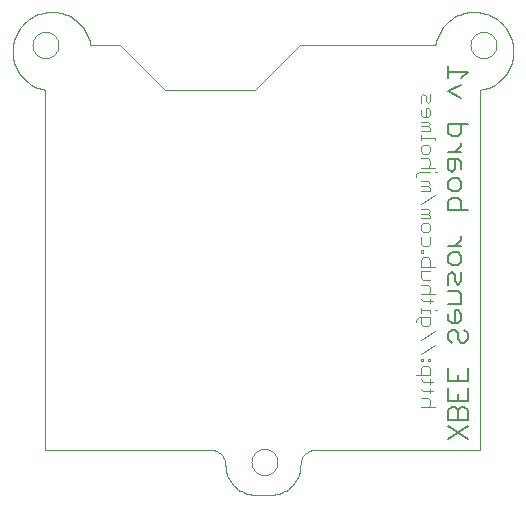
<source format=gbo>
G75*
G70*
%OFA0B0*%
%FSLAX24Y24*%
%IPPOS*%
%LPD*%
%AMOC8*
5,1,8,0,0,1.08239X$1,22.5*
%
%ADD10C,0.0040*%
%ADD11C,0.0060*%
%ADD12C,0.0000*%
D10*
X014047Y004685D02*
X014507Y004685D01*
X014507Y004915D01*
X014430Y004992D01*
X014277Y004992D01*
X014200Y004915D01*
X014200Y004685D01*
X014200Y004532D02*
X014277Y004455D01*
X014584Y004455D01*
X014507Y004378D02*
X014507Y004532D01*
X014507Y004225D02*
X014507Y004071D01*
X014584Y004148D02*
X014277Y004148D01*
X014200Y004225D01*
X014200Y003918D02*
X014430Y003918D01*
X014507Y003841D01*
X014507Y003688D01*
X014430Y003611D01*
X014660Y003611D02*
X014200Y003611D01*
X014200Y005146D02*
X014277Y005146D01*
X014277Y005222D01*
X014200Y005222D01*
X014200Y005146D01*
X014200Y005376D02*
X014660Y005683D01*
X014660Y006143D02*
X014200Y005836D01*
X014277Y006297D02*
X014200Y006373D01*
X014200Y006603D01*
X014123Y006603D02*
X014507Y006603D01*
X014507Y006373D01*
X014430Y006297D01*
X014277Y006297D01*
X014047Y006450D02*
X014047Y006527D01*
X014123Y006603D01*
X014200Y006757D02*
X014200Y006910D01*
X014200Y006834D02*
X014507Y006834D01*
X014507Y006757D01*
X014660Y006834D02*
X014737Y006834D01*
X014507Y007064D02*
X014507Y007217D01*
X014584Y007141D02*
X014277Y007141D01*
X014200Y007217D01*
X014200Y007371D02*
X014660Y007371D01*
X014507Y007448D02*
X014507Y007601D01*
X014430Y007678D01*
X014200Y007678D01*
X014277Y007831D02*
X014200Y007908D01*
X014200Y008138D01*
X014507Y008138D01*
X014507Y008292D02*
X014507Y008522D01*
X014430Y008599D01*
X014277Y008599D01*
X014200Y008522D01*
X014200Y008292D01*
X014660Y008292D01*
X014507Y007831D02*
X014277Y007831D01*
X014507Y007448D02*
X014430Y007371D01*
X014277Y008752D02*
X014200Y008752D01*
X014200Y008829D01*
X014277Y008829D01*
X014277Y008752D01*
X014277Y008982D02*
X014200Y009059D01*
X014200Y009289D01*
X014277Y009443D02*
X014200Y009519D01*
X014200Y009673D01*
X014277Y009750D01*
X014430Y009750D01*
X014507Y009673D01*
X014507Y009519D01*
X014430Y009443D01*
X014277Y009443D01*
X014507Y009289D02*
X014507Y009059D01*
X014430Y008982D01*
X014277Y008982D01*
X014200Y009903D02*
X014507Y009903D01*
X014507Y009980D01*
X014430Y010056D01*
X014507Y010133D01*
X014430Y010210D01*
X014200Y010210D01*
X014200Y010363D02*
X014660Y010670D01*
X014507Y010824D02*
X014507Y010900D01*
X014430Y010977D01*
X014507Y011054D01*
X014430Y011131D01*
X014200Y011131D01*
X014200Y010977D02*
X014430Y010977D01*
X014507Y010824D02*
X014200Y010824D01*
X014047Y011284D02*
X014047Y011361D01*
X014123Y011438D01*
X014507Y011438D01*
X014660Y011438D02*
X014737Y011438D01*
X014660Y011591D02*
X014200Y011591D01*
X014430Y011591D02*
X014507Y011668D01*
X014507Y011821D01*
X014430Y011898D01*
X014200Y011898D01*
X014277Y012051D02*
X014200Y012128D01*
X014200Y012282D01*
X014277Y012358D01*
X014430Y012358D01*
X014507Y012282D01*
X014507Y012128D01*
X014430Y012051D01*
X014277Y012051D01*
X014200Y012512D02*
X014200Y012665D01*
X014200Y012589D02*
X014660Y012589D01*
X014660Y012512D01*
X014507Y012819D02*
X014507Y012896D01*
X014430Y012972D01*
X014507Y013049D01*
X014430Y013126D01*
X014200Y013126D01*
X014200Y012972D02*
X014430Y012972D01*
X014507Y012819D02*
X014200Y012819D01*
X014277Y013279D02*
X014200Y013356D01*
X014200Y013509D01*
X014353Y013586D02*
X014353Y013279D01*
X014277Y013279D02*
X014430Y013279D01*
X014507Y013356D01*
X014507Y013509D01*
X014430Y013586D01*
X014353Y013586D01*
X014430Y013740D02*
X014507Y013816D01*
X014507Y014047D01*
X014353Y013970D02*
X014353Y013816D01*
X014430Y013740D01*
X014200Y013740D02*
X014200Y013970D01*
X014277Y014047D01*
X014353Y013970D01*
X014430Y010056D02*
X014200Y010056D01*
X014430Y005222D02*
X014430Y005146D01*
X014507Y005146D01*
X014507Y005222D01*
X014430Y005222D01*
D11*
X015110Y004895D02*
X015110Y004467D01*
X015751Y004467D01*
X015751Y004895D01*
X015430Y004681D02*
X015430Y004467D01*
X015110Y004250D02*
X015110Y003823D01*
X015751Y003823D01*
X015751Y004250D01*
X015430Y004036D02*
X015430Y003823D01*
X015324Y003605D02*
X015217Y003605D01*
X015110Y003499D01*
X015110Y003178D01*
X015751Y003178D01*
X015751Y003499D01*
X015644Y003605D01*
X015537Y003605D01*
X015430Y003499D01*
X015430Y003178D01*
X015430Y003499D02*
X015324Y003605D01*
X015110Y002961D02*
X015751Y002534D01*
X015751Y002961D02*
X015110Y002534D01*
X015217Y005757D02*
X015110Y005863D01*
X015110Y006077D01*
X015217Y006184D01*
X015324Y006184D01*
X015430Y006077D01*
X015430Y005863D01*
X015537Y005757D01*
X015644Y005757D01*
X015751Y005863D01*
X015751Y006077D01*
X015644Y006184D01*
X015430Y006401D02*
X015537Y006508D01*
X015537Y006721D01*
X015430Y006828D01*
X015324Y006828D01*
X015324Y006401D01*
X015430Y006401D02*
X015217Y006401D01*
X015110Y006508D01*
X015110Y006721D01*
X015110Y007046D02*
X015537Y007046D01*
X015537Y007366D01*
X015430Y007473D01*
X015110Y007473D01*
X015110Y007690D02*
X015110Y008011D01*
X015217Y008117D01*
X015324Y008011D01*
X015324Y007797D01*
X015430Y007690D01*
X015537Y007797D01*
X015537Y008117D01*
X015430Y008335D02*
X015217Y008335D01*
X015110Y008442D01*
X015110Y008655D01*
X015217Y008762D01*
X015430Y008762D01*
X015537Y008655D01*
X015537Y008442D01*
X015430Y008335D01*
X015324Y008979D02*
X015537Y009193D01*
X015537Y009300D01*
X015537Y008979D02*
X015110Y008979D01*
X015110Y010161D02*
X015110Y010481D01*
X015217Y010588D01*
X015430Y010588D01*
X015537Y010481D01*
X015537Y010161D01*
X015751Y010161D02*
X015110Y010161D01*
X015217Y010806D02*
X015110Y010912D01*
X015110Y011126D01*
X015217Y011233D01*
X015430Y011233D01*
X015537Y011126D01*
X015537Y010912D01*
X015430Y010806D01*
X015217Y010806D01*
X015217Y011450D02*
X015110Y011557D01*
X015110Y011877D01*
X015430Y011877D01*
X015537Y011770D01*
X015537Y011557D01*
X015324Y011557D02*
X015324Y011877D01*
X015324Y012095D02*
X015537Y012308D01*
X015537Y012415D01*
X015430Y012632D02*
X015537Y012739D01*
X015537Y013059D01*
X015751Y013059D02*
X015110Y013059D01*
X015110Y012739D01*
X015217Y012632D01*
X015430Y012632D01*
X015537Y012095D02*
X015110Y012095D01*
X015324Y011557D02*
X015217Y011450D01*
X015537Y013921D02*
X015110Y014134D01*
X015537Y014348D01*
X015537Y014565D02*
X015751Y014779D01*
X015110Y014779D01*
X015110Y014992D02*
X015110Y014565D01*
D12*
X001680Y014180D02*
X001680Y002180D01*
X007180Y002180D01*
X007224Y002178D01*
X007267Y002172D01*
X007309Y002163D01*
X007351Y002150D01*
X007391Y002133D01*
X007430Y002113D01*
X007467Y002090D01*
X007501Y002063D01*
X007534Y002034D01*
X007563Y002001D01*
X007590Y001967D01*
X007613Y001930D01*
X007633Y001891D01*
X007650Y001851D01*
X007663Y001809D01*
X007672Y001767D01*
X007678Y001724D01*
X007680Y001680D01*
X007682Y001620D01*
X007687Y001559D01*
X007696Y001500D01*
X007709Y001441D01*
X007725Y001382D01*
X007745Y001325D01*
X007768Y001270D01*
X007795Y001215D01*
X007824Y001163D01*
X007857Y001112D01*
X007893Y001063D01*
X007931Y001017D01*
X007973Y000973D01*
X008017Y000931D01*
X008063Y000893D01*
X008112Y000857D01*
X008163Y000824D01*
X008215Y000795D01*
X008270Y000768D01*
X008325Y000745D01*
X008382Y000725D01*
X008441Y000709D01*
X008500Y000696D01*
X008559Y000687D01*
X008620Y000682D01*
X008680Y000680D01*
X009180Y000680D01*
X009240Y000682D01*
X009301Y000687D01*
X009360Y000696D01*
X009419Y000709D01*
X009478Y000725D01*
X009535Y000745D01*
X009590Y000768D01*
X009645Y000795D01*
X009697Y000824D01*
X009748Y000857D01*
X009797Y000893D01*
X009843Y000931D01*
X009887Y000973D01*
X009929Y001017D01*
X009967Y001063D01*
X010003Y001112D01*
X010036Y001163D01*
X010065Y001215D01*
X010092Y001270D01*
X010115Y001325D01*
X010135Y001382D01*
X010151Y001441D01*
X010164Y001500D01*
X010173Y001559D01*
X010178Y001620D01*
X010180Y001680D01*
X010182Y001724D01*
X010188Y001767D01*
X010197Y001809D01*
X010210Y001851D01*
X010227Y001891D01*
X010247Y001930D01*
X010270Y001967D01*
X010297Y002001D01*
X010326Y002034D01*
X010359Y002063D01*
X010393Y002090D01*
X010430Y002113D01*
X010469Y002133D01*
X010509Y002150D01*
X010551Y002163D01*
X010593Y002172D01*
X010636Y002178D01*
X010680Y002180D01*
X016180Y002180D01*
X016180Y014180D01*
X016180Y014181D02*
X016251Y014194D01*
X016320Y014212D01*
X016389Y014233D01*
X016456Y014257D01*
X016522Y014286D01*
X016586Y014318D01*
X016649Y014353D01*
X016709Y014392D01*
X016767Y014434D01*
X016823Y014480D01*
X016876Y014528D01*
X016926Y014579D01*
X016974Y014633D01*
X017018Y014689D01*
X017059Y014747D01*
X017098Y014808D01*
X017132Y014871D01*
X017163Y014936D01*
X017191Y015002D01*
X017215Y015069D01*
X017235Y015138D01*
X017251Y015208D01*
X017264Y015279D01*
X017272Y015350D01*
X017277Y015422D01*
X017278Y015493D01*
X017275Y015565D01*
X017268Y015636D01*
X017256Y015707D01*
X017242Y015777D01*
X017223Y015847D01*
X017200Y015915D01*
X017174Y015981D01*
X017144Y016047D01*
X017111Y016110D01*
X017074Y016172D01*
X017034Y016231D01*
X016991Y016288D01*
X016944Y016343D01*
X016895Y016395D01*
X016843Y016444D01*
X016788Y016491D01*
X016731Y016534D01*
X016672Y016574D01*
X016610Y016611D01*
X016547Y016644D01*
X016481Y016674D01*
X016415Y016700D01*
X016347Y016723D01*
X016277Y016742D01*
X016207Y016756D01*
X016136Y016768D01*
X016065Y016775D01*
X015993Y016778D01*
X015922Y016777D01*
X015850Y016772D01*
X015779Y016764D01*
X015708Y016751D01*
X015638Y016735D01*
X015569Y016715D01*
X015502Y016691D01*
X015436Y016663D01*
X015371Y016632D01*
X015308Y016598D01*
X015247Y016559D01*
X015189Y016518D01*
X015133Y016474D01*
X015079Y016426D01*
X015028Y016376D01*
X014980Y016323D01*
X014934Y016267D01*
X014892Y016209D01*
X014853Y016149D01*
X014818Y016086D01*
X014786Y016022D01*
X014757Y015956D01*
X014733Y015889D01*
X014712Y015820D01*
X014694Y015751D01*
X014681Y015680D01*
X014680Y015680D02*
X010180Y015680D01*
X008680Y014180D01*
X005680Y014180D01*
X004180Y015680D01*
X003180Y015680D01*
X003179Y015680D02*
X003166Y015751D01*
X003148Y015820D01*
X003127Y015889D01*
X003103Y015956D01*
X003074Y016022D01*
X003042Y016086D01*
X003007Y016149D01*
X002968Y016209D01*
X002926Y016267D01*
X002880Y016323D01*
X002832Y016376D01*
X002781Y016426D01*
X002727Y016474D01*
X002671Y016518D01*
X002613Y016559D01*
X002552Y016598D01*
X002489Y016632D01*
X002424Y016663D01*
X002358Y016691D01*
X002291Y016715D01*
X002222Y016735D01*
X002152Y016751D01*
X002081Y016764D01*
X002010Y016772D01*
X001938Y016777D01*
X001867Y016778D01*
X001795Y016775D01*
X001724Y016768D01*
X001653Y016756D01*
X001583Y016742D01*
X001513Y016723D01*
X001445Y016700D01*
X001379Y016674D01*
X001313Y016644D01*
X001250Y016611D01*
X001188Y016574D01*
X001129Y016534D01*
X001072Y016491D01*
X001017Y016444D01*
X000965Y016395D01*
X000916Y016343D01*
X000869Y016288D01*
X000826Y016231D01*
X000786Y016172D01*
X000749Y016110D01*
X000716Y016047D01*
X000686Y015981D01*
X000660Y015915D01*
X000637Y015847D01*
X000618Y015777D01*
X000604Y015707D01*
X000592Y015636D01*
X000585Y015565D01*
X000582Y015493D01*
X000583Y015422D01*
X000588Y015350D01*
X000596Y015279D01*
X000609Y015208D01*
X000625Y015138D01*
X000645Y015069D01*
X000669Y015002D01*
X000697Y014936D01*
X000728Y014871D01*
X000762Y014808D01*
X000801Y014747D01*
X000842Y014689D01*
X000886Y014633D01*
X000934Y014579D01*
X000984Y014528D01*
X001037Y014480D01*
X001093Y014434D01*
X001151Y014392D01*
X001211Y014353D01*
X001274Y014318D01*
X001338Y014286D01*
X001404Y014257D01*
X001471Y014233D01*
X001540Y014212D01*
X001609Y014194D01*
X001680Y014181D01*
X001247Y015680D02*
X001249Y015721D01*
X001255Y015762D01*
X001265Y015802D01*
X001278Y015841D01*
X001295Y015878D01*
X001316Y015914D01*
X001340Y015948D01*
X001367Y015979D01*
X001396Y016007D01*
X001429Y016033D01*
X001463Y016055D01*
X001500Y016074D01*
X001538Y016089D01*
X001578Y016101D01*
X001618Y016109D01*
X001659Y016113D01*
X001701Y016113D01*
X001742Y016109D01*
X001782Y016101D01*
X001822Y016089D01*
X001860Y016074D01*
X001896Y016055D01*
X001931Y016033D01*
X001964Y016007D01*
X001993Y015979D01*
X002020Y015948D01*
X002044Y015914D01*
X002065Y015878D01*
X002082Y015841D01*
X002095Y015802D01*
X002105Y015762D01*
X002111Y015721D01*
X002113Y015680D01*
X002111Y015639D01*
X002105Y015598D01*
X002095Y015558D01*
X002082Y015519D01*
X002065Y015482D01*
X002044Y015446D01*
X002020Y015412D01*
X001993Y015381D01*
X001964Y015353D01*
X001931Y015327D01*
X001897Y015305D01*
X001860Y015286D01*
X001822Y015271D01*
X001782Y015259D01*
X001742Y015251D01*
X001701Y015247D01*
X001659Y015247D01*
X001618Y015251D01*
X001578Y015259D01*
X001538Y015271D01*
X001500Y015286D01*
X001464Y015305D01*
X001429Y015327D01*
X001396Y015353D01*
X001367Y015381D01*
X001340Y015412D01*
X001316Y015446D01*
X001295Y015482D01*
X001278Y015519D01*
X001265Y015558D01*
X001255Y015598D01*
X001249Y015639D01*
X001247Y015680D01*
X008547Y001780D02*
X008549Y001821D01*
X008555Y001862D01*
X008565Y001902D01*
X008578Y001941D01*
X008595Y001978D01*
X008616Y002014D01*
X008640Y002048D01*
X008667Y002079D01*
X008696Y002107D01*
X008729Y002133D01*
X008763Y002155D01*
X008800Y002174D01*
X008838Y002189D01*
X008878Y002201D01*
X008918Y002209D01*
X008959Y002213D01*
X009001Y002213D01*
X009042Y002209D01*
X009082Y002201D01*
X009122Y002189D01*
X009160Y002174D01*
X009196Y002155D01*
X009231Y002133D01*
X009264Y002107D01*
X009293Y002079D01*
X009320Y002048D01*
X009344Y002014D01*
X009365Y001978D01*
X009382Y001941D01*
X009395Y001902D01*
X009405Y001862D01*
X009411Y001821D01*
X009413Y001780D01*
X009411Y001739D01*
X009405Y001698D01*
X009395Y001658D01*
X009382Y001619D01*
X009365Y001582D01*
X009344Y001546D01*
X009320Y001512D01*
X009293Y001481D01*
X009264Y001453D01*
X009231Y001427D01*
X009197Y001405D01*
X009160Y001386D01*
X009122Y001371D01*
X009082Y001359D01*
X009042Y001351D01*
X009001Y001347D01*
X008959Y001347D01*
X008918Y001351D01*
X008878Y001359D01*
X008838Y001371D01*
X008800Y001386D01*
X008764Y001405D01*
X008729Y001427D01*
X008696Y001453D01*
X008667Y001481D01*
X008640Y001512D01*
X008616Y001546D01*
X008595Y001582D01*
X008578Y001619D01*
X008565Y001658D01*
X008555Y001698D01*
X008549Y001739D01*
X008547Y001780D01*
X015847Y015680D02*
X015849Y015721D01*
X015855Y015762D01*
X015865Y015802D01*
X015878Y015841D01*
X015895Y015878D01*
X015916Y015914D01*
X015940Y015948D01*
X015967Y015979D01*
X015996Y016007D01*
X016029Y016033D01*
X016063Y016055D01*
X016100Y016074D01*
X016138Y016089D01*
X016178Y016101D01*
X016218Y016109D01*
X016259Y016113D01*
X016301Y016113D01*
X016342Y016109D01*
X016382Y016101D01*
X016422Y016089D01*
X016460Y016074D01*
X016496Y016055D01*
X016531Y016033D01*
X016564Y016007D01*
X016593Y015979D01*
X016620Y015948D01*
X016644Y015914D01*
X016665Y015878D01*
X016682Y015841D01*
X016695Y015802D01*
X016705Y015762D01*
X016711Y015721D01*
X016713Y015680D01*
X016711Y015639D01*
X016705Y015598D01*
X016695Y015558D01*
X016682Y015519D01*
X016665Y015482D01*
X016644Y015446D01*
X016620Y015412D01*
X016593Y015381D01*
X016564Y015353D01*
X016531Y015327D01*
X016497Y015305D01*
X016460Y015286D01*
X016422Y015271D01*
X016382Y015259D01*
X016342Y015251D01*
X016301Y015247D01*
X016259Y015247D01*
X016218Y015251D01*
X016178Y015259D01*
X016138Y015271D01*
X016100Y015286D01*
X016064Y015305D01*
X016029Y015327D01*
X015996Y015353D01*
X015967Y015381D01*
X015940Y015412D01*
X015916Y015446D01*
X015895Y015482D01*
X015878Y015519D01*
X015865Y015558D01*
X015855Y015598D01*
X015849Y015639D01*
X015847Y015680D01*
M02*

</source>
